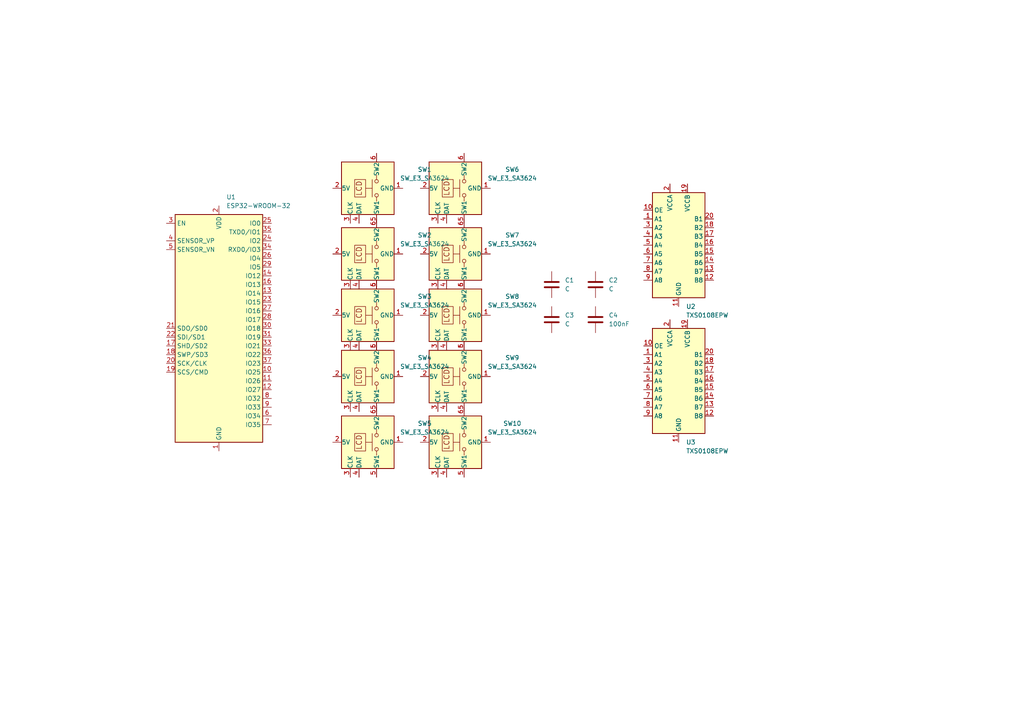
<source format=kicad_sch>
(kicad_sch (version 20250114) (generator "eeschema") (generator_version "9.0")
  (paper "A4")
  (lib_symbols
    (symbol "Device:C" (pin_numbers (hide yes)) (pin_names (offset 0.254))
      (property "Reference" "C" (at 0.635 2.54 0))
      (property "Value" "C" (at 0.635 -2.54 0))
      (symbol "C_0_1"
        (polyline (pts (xy -2.032 0.762) (xy 2.032 0.762)) (stroke (width 0.508)))
        (polyline (pts (xy -2.032 -0.762) (xy 2.032 -0.762)) (stroke (width 0.508)))
      )
      (symbol "C_1_1"
        (pin passive line (at 0 3.81 270) (length 2.794) (name "~") (number "1"))
        (pin passive line (at 0 -3.81 90) (length 2.794) (name "~") (number "2"))
      )
    )
    (symbol "Logic_LevelTranslator:TXS0108EPW"
      (property "Reference" "U" (at -6.35 16.51 0))
      (property "Value" "TXS0108EPW" (at 3.81 16.51 0))
      (symbol "TXS0108EPW_0_1"
        (rectangle (start -7.62 15.24) (end 7.62 -15.24) (stroke (width 0.254)) (fill (type background)))
      )
      (symbol "TXS0108EPW_1_1"
        (pin input line (at -10.16 10.16 0) (length 2.54) (name "OE") (number "10"))
        (pin bidirectional line (at -10.16 7.62 0) (length 2.54) (name "A1") (number "1"))
        (pin bidirectional line (at -10.16 5.08 0) (length 2.54) (name "A2") (number "3"))
        (pin bidirectional line (at -10.16 2.54 0) (length 2.54) (name "A3") (number "4"))
        (pin bidirectional line (at -10.16 0 0) (length 2.54) (name "A4") (number "5"))
        (pin bidirectional line (at -10.16 -2.54 0) (length 2.54) (name "A5") (number "6"))
        (pin bidirectional line (at -10.16 -5.08 0) (length 2.54) (name "A6") (number "7"))
        (pin bidirectional line (at -10.16 -7.62 0) (length 2.54) (name "A7") (number "8"))
        (pin bidirectional line (at -10.16 -10.16 0) (length 2.54) (name "A8") (number "9"))
        (pin power_in line (at -2.54 17.78 270) (length 2.54) (name "VCCA") (number "2"))
        (pin power_in line (at 0 -17.78 90) (length 2.54) (name "GND") (number "11"))
        (pin power_in line (at 2.54 17.78 270) (length 2.54) (name "VCCB") (number "19"))
        (pin bidirectional line (at 10.16 7.62 180) (length 2.54) (name "B1") (number "20"))
        (pin bidirectional line (at 10.16 5.08 180) (length 2.54) (name "B2") (number "18"))
        (pin bidirectional line (at 10.16 2.54 180) (length 2.54) (name "B3") (number "17"))
        (pin bidirectional line (at 10.16 0 180) (length 2.54) (name "B4") (number "16"))
        (pin bidirectional line (at 10.16 -2.54 180) (length 2.54) (name "B5") (number "15"))
        (pin bidirectional line (at 10.16 -5.08 180) (length 2.54) (name "B6") (number "14"))
        (pin bidirectional line (at 10.16 -7.62 180) (length 2.54) (name "B7") (number "13"))
        (pin bidirectional line (at 10.16 -10.16 180) (length 2.54) (name "B8") (number "12"))
      )
    )
    (symbol "RF_Module:ESP32-WROOM-32"
      (property "Reference" "U" (at -12.7 34.29 0))
      (property "Value" "ESP32-WROOM-32" (at 1.27 34.29 0))
      (symbol "ESP32-WROOM-32_0_1"
        (rectangle (start -12.7 33.02) (end 12.7 -33.02) (stroke (width 0.254)) (fill (type background)))
      )
      (symbol "ESP32-WROOM-32_1_1"
        (pin input line (at -15.24 30.48 0) (length 2.54) (name "EN") (number "3"))
        (pin input line (at -15.24 25.4 0) (length 2.54) (name "SENSOR_VP") (number "4"))
        (pin input line (at -15.24 22.86 0) (length 2.54) (name "SENSOR_VN") (number "5"))
        (pin bidirectional line (at -15.24 0 0) (length 2.54) (name "SDO/SD0") (number "21"))
        (pin bidirectional line (at -15.24 -2.54 0) (length 2.54) (name "SDI/SD1") (number "22"))
        (pin bidirectional line (at -15.24 -5.08 0) (length 2.54) (name "SHD/SD2") (number "17"))
        (pin bidirectional line (at -15.24 -7.62 0) (length 2.54) (name "SWP/SD3") (number "18"))
        (pin bidirectional line (at -15.24 -10.16 0) (length 2.54) (name "SCK/CLK") (number "20"))
        (pin bidirectional line (at -15.24 -12.7 0) (length 2.54) (name "SCS/CMD") (number "19"))
        (pin no_connect line (at -12.7 -27.94 0) (length 2.54) (hide yes) (name "NC") (number "32"))
        (pin power_in line (at 0 35.56 270) (length 2.54) (name "VDD") (number "2"))
        (pin power_in line (at 0 -35.56 90) (length 2.54) (name "GND") (number "1"))
        (pin passive line (at 0 -35.56 90) (length 2.54) (hide yes) (name "GND") (number "15"))
        (pin passive line (at 0 -35.56 90) (length 2.54) (hide yes) (name "GND") (number "38"))
        (pin passive line (at 0 -35.56 90) (length 2.54) (hide yes) (name "GND") (number "39"))
        (pin bidirectional line (at 15.24 30.48 180) (length 2.54) (name "IO0") (number "25"))
        (pin bidirectional line (at 15.24 27.94 180) (length 2.54) (name "TXD0/IO1") (number "35"))
        (pin bidirectional line (at 15.24 25.4 180) (length 2.54) (name "IO2") (number "24"))
        (pin bidirectional line (at 15.24 22.86 180) (length 2.54) (name "RXD0/IO3") (number "34"))
        (pin bidirectional line (at 15.24 20.32 180) (length 2.54) (name "IO4") (number "26"))
        (pin bidirectional line (at 15.24 17.78 180) (length 2.54) (name "IO5") (number "29"))
        (pin bidirectional line (at 15.24 15.24 180) (length 2.54) (name "IO12") (number "14"))
        (pin bidirectional line (at 15.24 12.7 180) (length 2.54) (name "IO13") (number "16"))
        (pin bidirectional line (at 15.24 10.16 180) (length 2.54) (name "IO14") (number "13"))
        (pin bidirectional line (at 15.24 7.62 180) (length 2.54) (name "IO15") (number "23"))
        (pin bidirectional line (at 15.24 5.08 180) (length 2.54) (name "IO16") (number "27"))
        (pin bidirectional line (at 15.24 2.54 180) (length 2.54) (name "IO17") (number "28"))
        (pin bidirectional line (at 15.24 0 180) (length 2.54) (name "IO18") (number "30"))
        (pin bidirectional line (at 15.24 -2.54 180) (length 2.54) (name "IO19") (number "31"))
        (pin bidirectional line (at 15.24 -5.08 180) (length 2.54) (name "IO21") (number "33"))
        (pin bidirectional line (at 15.24 -7.62 180) (length 2.54) (name "IO22") (number "36"))
        (pin bidirectional line (at 15.24 -10.16 180) (length 2.54) (name "IO23") (number "37"))
        (pin bidirectional line (at 15.24 -12.7 180) (length 2.54) (name "IO25") (number "10"))
        (pin bidirectional line (at 15.24 -15.24 180) (length 2.54) (name "IO26") (number "11"))
        (pin bidirectional line (at 15.24 -17.78 180) (length 2.54) (name "IO27") (number "12"))
        (pin bidirectional line (at 15.24 -20.32 180) (length 2.54) (name "IO32") (number "8"))
        (pin bidirectional line (at 15.24 -22.86 180) (length 2.54) (name "IO33") (number "9"))
        (pin input line (at 15.24 -25.4 180) (length 2.54) (name "IO34") (number "6"))
        (pin input line (at 15.24 -27.94 180) (length 2.54) (name "IO35") (number "7"))
      )
    )
    (symbol "Switch:SW_E3_SA3624" (pin_names (offset 0.0254))
      (property "Reference" "SW" (at 1.27 8.89 0))
      (property "Value" "SW_E3_SA3624" (at 7.62 -8.89 0))
      (symbol "SW_E3_SA3624_0_0"
        (rectangle (start -7.62 7.62) (end 7.62 -7.62) (stroke (width 0.254)) (fill (type background)))
        (polyline (pts (xy -2.54 -2.54) (xy -3.81 -2.54)))
        (polyline (pts (xy 2.54 -2.54) (xy 3.81 -2.54)))
        (text "LCD" (at 0 2.54 0) (effects (font (size 1.524 1.524))))
      )
      (symbol "SW_E3_SA3624_0_1"
        (circle (center -2.032 -2.54) (radius 0.508))
        (polyline (pts (xy 0 -1.27) (xy 0 0.635) (xy -2.54 0.635) (xy -2.54 3.81) (xy 2.54 3.81) (xy 2.54 0.635) (xy 0 0.635)))
        (circle (center 2.032 -2.54) (radius 0.508))
        (polyline (pts (xy 2.54 -1.27) (xy -2.54 -1.27)))
        (pin input line (at -10.16 5.08 0) (length 2.54) (name "CLK") (number "3"))
        (pin input line (at -10.16 2.54 0) (length 2.54) (name "DAT") (number "4"))
        (pin power_in line (at 0 10.16 270) (length 2.54) (name "5V") (number "2"))
        (pin power_in line (at 0 -10.16 90) (length 2.54) (name "GND") (number "1"))
      )
      (symbol "SW_E3_SA3624_1_1"
        (pin passive line (at -10.16 -2.54 0) (length 2.54) (name "SW1") (number "5"))
        (pin passive line (at 10.16 -2.54 180) (length 2.54) (name "SW2") (number "6"))
      )
    )
  )
  (symbol (lib_id "Logic_LevelTranslator:TXS0108EPW") (at 196.85 71.12 0) (unit 1)
    (property "Reference" "U2" (at 198.9933 88.9 0) (effects (justify left)))
    (property "Value" "TXS0108EPW" (at 198.9933 91.44 0) (effects (justify left)))
    (property "Footprint" "Package_SO:TSSOP-20_4.4x6.5mm_P0.65mm" (effects (hide yes)))
    (property "Datasheet" "www.ti.com/lit/ds/symlink/txs0108e.pdf" (effects (hide yes)))
    (property "Description" "Bidirectional  level-shifting voltage translator, TSSOP-20" (effects (hide yes)))
  )
  (symbol (lib_id "Switch:SW_E3_SA3624") (at 106.68 54.61 90) (unit 1)
    (property "Reference" "SW1" (at 123.19 49.1646 90))
    (property "Value" "SW_E3_SA3624" (at 123.19 51.7046 90))
    (property "Datasheet" "http://www.e3-keys.com/files/SA%20Technical%20Datasheet%20v2.0.pdf" (effects (hide yes)))
    (property "Description" "Push button switch with LCD screen" (effects (hide yes)))
  )
  (symbol (lib_id "Device:C") (at 172.72 82.55 0) (unit 1)
    (property "Reference" "C2" (at 176.53 81.2799 0) (effects (justify left)))
    (property "Value" "C" (at 176.53 83.8199 0) (effects (justify left)))
    (property "Description" "Unpolarized capacitor" (effects (hide yes)))
  )
  (symbol (lib_id "Logic_LevelTranslator:TXS0108EPW") (at 196.85 110.49 0) (unit 1)
    (property "Reference" "U3" (at 198.9933 128.27 0) (effects (justify left)))
    (property "Value" "TXS0108EPW" (at 198.9933 130.81 0) (effects (justify left)))
    (property "Footprint" "Package_SO:TSSOP-20_4.4x6.5mm_P0.65mm" (effects (hide yes)))
    (property "Datasheet" "www.ti.com/lit/ds/symlink/txs0108e.pdf" (effects (hide yes)))
    (property "Description" "Bidirectional  level-shifting voltage translator, TSSOP-20" (effects (hide yes)))
  )
  (symbol (lib_id "Switch:SW_E3_SA3624") (at 106.68 128.27 90) (unit 1)
    (property "Reference" "SW5" (at 123.19 122.8246 90))
    (property "Value" "SW_E3_SA3624" (at 123.19 125.3646 90))
    (property "Datasheet" "http://www.e3-keys.com/files/SA%20Technical%20Datasheet%20v2.0.pdf" (effects (hide yes)))
    (property "Description" "Push button switch with LCD screen" (effects (hide yes)))
  )
  (symbol (lib_id "Switch:SW_E3_SA3624") (at 132.08 109.22 90) (unit 1)
    (property "Reference" "SW9" (at 148.59 103.7746 90))
    (property "Value" "SW_E3_SA3624" (at 148.59 106.3146 90))
    (property "Datasheet" "http://www.e3-keys.com/files/SA%20Technical%20Datasheet%20v2.0.pdf" (effects (hide yes)))
    (property "Description" "Push button switch with LCD screen" (effects (hide yes)))
  )
  (symbol (lib_id "Switch:SW_E3_SA3624") (at 106.68 109.22 90) (unit 1)
    (property "Reference" "SW4" (at 123.19 103.7746 90))
    (property "Value" "SW_E3_SA3624" (at 123.19 106.3146 90))
    (property "Datasheet" "http://www.e3-keys.com/files/SA%20Technical%20Datasheet%20v2.0.pdf" (effects (hide yes)))
    (property "Description" "Push button switch with LCD screen" (effects (hide yes)))
  )
  (symbol (lib_id "Switch:SW_E3_SA3624") (at 106.68 91.44 90) (unit 1)
    (property "Reference" "SW3" (at 123.19 85.9946 90))
    (property "Value" "SW_E3_SA3624" (at 123.19 88.5346 90))
    (property "Datasheet" "http://www.e3-keys.com/files/SA%20Technical%20Datasheet%20v2.0.pdf" (effects (hide yes)))
    (property "Description" "Push button switch with LCD screen" (effects (hide yes)))
  )
  (symbol (lib_id "RF_Module:ESP32-WROOM-32") (at 63.5 95.25 0) (unit 1)
    (property "Reference" "U1" (at 65.6433 57.15 0) (effects (justify left)))
    (property "Value" "ESP32-WROOM-32" (at 65.6433 59.69 0) (effects (justify left)))
    (property "Footprint" "RF_Module:ESP32-WROOM-32" (effects (hide yes)))
    (property "Datasheet" "https://www.espressif.com/sites/default/files/documentation/esp32-wroom-32_datasheet_en.pdf" (effects (hide yes)))
    (property "Description" "RF Module, ESP32-D0WDQ6 SoC, Wi-Fi 802.11b/g/n, Bluetooth, BLE, 32-bit, 2.7-3.6V, onboard antenna, SMD" (effects (hide yes)))
  )
  (symbol (lib_id "Switch:SW_E3_SA3624") (at 132.08 54.61 90) (unit 1)
    (property "Reference" "SW6" (at 148.59 49.1646 90))
    (property "Value" "SW_E3_SA3624" (at 148.59 51.7046 90))
    (property "Datasheet" "http://www.e3-keys.com/files/SA%20Technical%20Datasheet%20v2.0.pdf" (effects (hide yes)))
    (property "Description" "Push button switch with LCD screen" (effects (hide yes)))
  )
  (symbol (lib_id "Switch:SW_E3_SA3624") (at 106.68 73.66 90) (unit 1)
    (property "Reference" "SW2" (at 123.19 68.2146 90))
    (property "Value" "SW_E3_SA3624" (at 123.19 70.7546 90))
    (property "Datasheet" "http://www.e3-keys.com/files/SA%20Technical%20Datasheet%20v2.0.pdf" (effects (hide yes)))
    (property "Description" "Push button switch with LCD screen" (effects (hide yes)))
  )
  (symbol (lib_id "Device:C") (at 160.02 82.55 0) (unit 1)
    (property "Reference" "C1" (at 163.83 81.2799 0) (effects (justify left)))
    (property "Value" "C" (at 163.83 83.8199 0) (effects (justify left)))
    (property "Description" "Unpolarized capacitor" (effects (hide yes)))
  )
  (symbol (lib_id "Device:C") (at 160.02 92.71 0) (unit 1)
    (property "Reference" "C3" (at 163.83 91.4399 0) (effects (justify left)))
    (property "Value" "C" (at 163.83 93.9799 0) (effects (justify left)))
    (property "Description" "Unpolarized capacitor" (effects (hide yes)))
  )
  (symbol (lib_id "Switch:SW_E3_SA3624") (at 132.08 91.44 90) (unit 1)
    (property "Reference" "SW8" (at 148.59 85.9946 90))
    (property "Value" "SW_E3_SA3624" (at 148.59 88.5346 90))
    (property "Datasheet" "http://www.e3-keys.com/files/SA%20Technical%20Datasheet%20v2.0.pdf" (effects (hide yes)))
    (property "Description" "Push button switch with LCD screen" (effects (hide yes)))
  )
  (symbol (lib_id "Device:C") (at 172.72 92.71 0) (unit 1)
    (property "Reference" "C4" (at 176.53 91.4399 0) (effects (justify left)))
    (property "Value" "100nF" (at 176.53 93.9799 0) (effects (justify left)))
    (property "Description" "Unpolarized capacitor" (effects (hide yes)))
  )
  (symbol (lib_id "Switch:SW_E3_SA3624") (at 132.08 73.66 90) (unit 1)
    (property "Reference" "SW7" (at 148.59 68.2146 90))
    (property "Value" "SW_E3_SA3624" (at 148.59 70.7546 90))
    (property "Datasheet" "http://www.e3-keys.com/files/SA%20Technical%20Datasheet%20v2.0.pdf" (effects (hide yes)))
    (property "Description" "Push button switch with LCD screen" (effects (hide yes)))
  )
  (symbol (lib_id "Switch:SW_E3_SA3624") (at 132.08 128.27 90) (unit 1)
    (property "Reference" "SW10" (at 148.59 122.8246 90))
    (property "Value" "SW_E3_SA3624" (at 148.59 125.3646 90))
    (property "Datasheet" "http://www.e3-keys.com/files/SA%20Technical%20Datasheet%20v2.0.pdf" (effects (hide yes)))
    (property "Description" "Push button switch with LCD screen" (effects (hide yes)))
  )
)
</source>
